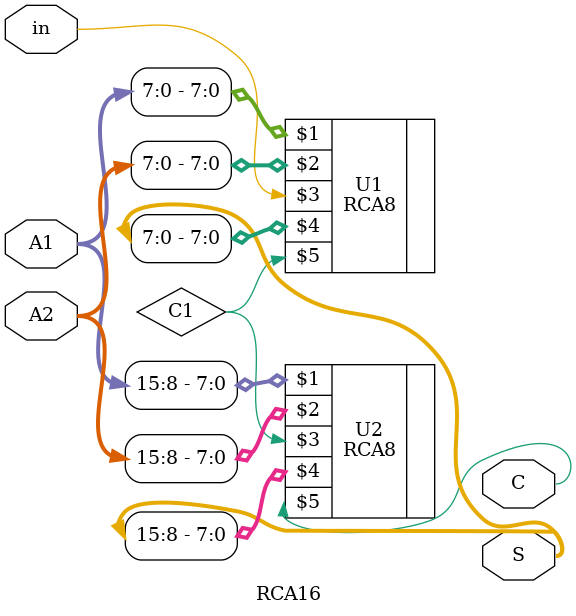
<source format=v>
`timescale 1ns / 1ps
module RCA16(A1,A2,in,S,C);
//Ripple Carry Adder
    //Inputs
    input [15:0] A1;
    input [15:0] A2;
	 input in;
    //Outputs
    output [15:0] S;
    output C;
    
    //Connecting the Full Adder Components
    wire C1;
	 RCA8 U1(A1[7:0],A2[7:0],in,S[7:0],C1);
	 RCA8 U2(A1[15:8],A2[15:8],C1,S[15:8],C);
endmodule


</source>
